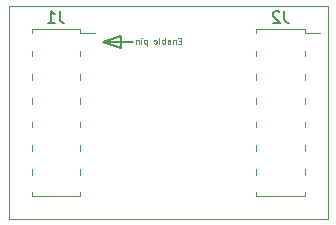
<source format=gbr>
G04 #@! TF.GenerationSoftware,KiCad,Pcbnew,8.0.3*
G04 #@! TF.CreationDate,2024-08-02T23:53:27+02:00*
G04 #@! TF.ProjectId,powermod,706f7765-726d-46f6-942e-6b696361645f,rev?*
G04 #@! TF.SameCoordinates,PXf42400PY2719c40*
G04 #@! TF.FileFunction,Legend,Bot*
G04 #@! TF.FilePolarity,Positive*
%FSLAX46Y46*%
G04 Gerber Fmt 4.6, Leading zero omitted, Abs format (unit mm)*
G04 Created by KiCad (PCBNEW 8.0.3) date 2024-08-02 23:53:27*
%MOMM*%
%LPD*%
G01*
G04 APERTURE LIST*
%ADD10C,0.125000*%
%ADD11C,0.150000*%
%ADD12C,0.120000*%
G04 #@! TA.AperFunction,Profile*
%ADD13C,0.120000*%
G04 #@! TD*
G04 APERTURE END LIST*
D10*
X14574599Y-898962D02*
X14407932Y-898962D01*
X14336504Y-1160867D02*
X14574599Y-1160867D01*
X14574599Y-1160867D02*
X14574599Y-660867D01*
X14574599Y-660867D02*
X14336504Y-660867D01*
X14122218Y-827534D02*
X14122218Y-1160867D01*
X14122218Y-875153D02*
X14098408Y-851343D01*
X14098408Y-851343D02*
X14050789Y-827534D01*
X14050789Y-827534D02*
X13979361Y-827534D01*
X13979361Y-827534D02*
X13931742Y-851343D01*
X13931742Y-851343D02*
X13907932Y-898962D01*
X13907932Y-898962D02*
X13907932Y-1160867D01*
X13455551Y-1160867D02*
X13455551Y-898962D01*
X13455551Y-898962D02*
X13479361Y-851343D01*
X13479361Y-851343D02*
X13526980Y-827534D01*
X13526980Y-827534D02*
X13622218Y-827534D01*
X13622218Y-827534D02*
X13669837Y-851343D01*
X13455551Y-1137058D02*
X13503170Y-1160867D01*
X13503170Y-1160867D02*
X13622218Y-1160867D01*
X13622218Y-1160867D02*
X13669837Y-1137058D01*
X13669837Y-1137058D02*
X13693646Y-1089438D01*
X13693646Y-1089438D02*
X13693646Y-1041819D01*
X13693646Y-1041819D02*
X13669837Y-994200D01*
X13669837Y-994200D02*
X13622218Y-970391D01*
X13622218Y-970391D02*
X13503170Y-970391D01*
X13503170Y-970391D02*
X13455551Y-946581D01*
X13217456Y-1160867D02*
X13217456Y-660867D01*
X13217456Y-851343D02*
X13169837Y-827534D01*
X13169837Y-827534D02*
X13074599Y-827534D01*
X13074599Y-827534D02*
X13026980Y-851343D01*
X13026980Y-851343D02*
X13003170Y-875153D01*
X13003170Y-875153D02*
X12979361Y-922772D01*
X12979361Y-922772D02*
X12979361Y-1065629D01*
X12979361Y-1065629D02*
X13003170Y-1113248D01*
X13003170Y-1113248D02*
X13026980Y-1137058D01*
X13026980Y-1137058D02*
X13074599Y-1160867D01*
X13074599Y-1160867D02*
X13169837Y-1160867D01*
X13169837Y-1160867D02*
X13217456Y-1137058D01*
X12693646Y-1160867D02*
X12741265Y-1137058D01*
X12741265Y-1137058D02*
X12765075Y-1089438D01*
X12765075Y-1089438D02*
X12765075Y-660867D01*
X12312694Y-1137058D02*
X12360313Y-1160867D01*
X12360313Y-1160867D02*
X12455551Y-1160867D01*
X12455551Y-1160867D02*
X12503170Y-1137058D01*
X12503170Y-1137058D02*
X12526979Y-1089438D01*
X12526979Y-1089438D02*
X12526979Y-898962D01*
X12526979Y-898962D02*
X12503170Y-851343D01*
X12503170Y-851343D02*
X12455551Y-827534D01*
X12455551Y-827534D02*
X12360313Y-827534D01*
X12360313Y-827534D02*
X12312694Y-851343D01*
X12312694Y-851343D02*
X12288884Y-898962D01*
X12288884Y-898962D02*
X12288884Y-946581D01*
X12288884Y-946581D02*
X12526979Y-994200D01*
X11693647Y-827534D02*
X11693647Y-1327534D01*
X11693647Y-851343D02*
X11646028Y-827534D01*
X11646028Y-827534D02*
X11550790Y-827534D01*
X11550790Y-827534D02*
X11503171Y-851343D01*
X11503171Y-851343D02*
X11479361Y-875153D01*
X11479361Y-875153D02*
X11455552Y-922772D01*
X11455552Y-922772D02*
X11455552Y-1065629D01*
X11455552Y-1065629D02*
X11479361Y-1113248D01*
X11479361Y-1113248D02*
X11503171Y-1137058D01*
X11503171Y-1137058D02*
X11550790Y-1160867D01*
X11550790Y-1160867D02*
X11646028Y-1160867D01*
X11646028Y-1160867D02*
X11693647Y-1137058D01*
X11241266Y-1160867D02*
X11241266Y-827534D01*
X11241266Y-660867D02*
X11265075Y-684677D01*
X11265075Y-684677D02*
X11241266Y-708486D01*
X11241266Y-708486D02*
X11217456Y-684677D01*
X11217456Y-684677D02*
X11241266Y-660867D01*
X11241266Y-660867D02*
X11241266Y-708486D01*
X11003171Y-827534D02*
X11003171Y-1160867D01*
X11003171Y-875153D02*
X10979361Y-851343D01*
X10979361Y-851343D02*
X10931742Y-827534D01*
X10931742Y-827534D02*
X10860314Y-827534D01*
X10860314Y-827534D02*
X10812695Y-851343D01*
X10812695Y-851343D02*
X10788885Y-898962D01*
X10788885Y-898962D02*
X10788885Y-1160867D01*
D11*
X9500000Y-1000000D02*
X10500000Y-1000000D01*
X9500000Y-1500000D02*
X8000000Y-1000000D01*
X9500000Y-1000000D02*
X9500000Y-1500000D01*
X9500000Y-500000D02*
X8000000Y-1000000D01*
X9500000Y-1000000D02*
X9500000Y-500000D01*
X8000000Y-1000000D02*
X9500000Y-1000000D01*
X23333333Y1605181D02*
X23333333Y890896D01*
X23333333Y890896D02*
X23380952Y748039D01*
X23380952Y748039D02*
X23476190Y652800D01*
X23476190Y652800D02*
X23619047Y605181D01*
X23619047Y605181D02*
X23714285Y605181D01*
X22904761Y1509943D02*
X22857142Y1557562D01*
X22857142Y1557562D02*
X22761904Y1605181D01*
X22761904Y1605181D02*
X22523809Y1605181D01*
X22523809Y1605181D02*
X22428571Y1557562D01*
X22428571Y1557562D02*
X22380952Y1509943D01*
X22380952Y1509943D02*
X22333333Y1414705D01*
X22333333Y1414705D02*
X22333333Y1319467D01*
X22333333Y1319467D02*
X22380952Y1176610D01*
X22380952Y1176610D02*
X22952380Y605181D01*
X22952380Y605181D02*
X22333333Y605181D01*
X4333333Y1605181D02*
X4333333Y890896D01*
X4333333Y890896D02*
X4380952Y748039D01*
X4380952Y748039D02*
X4476190Y652800D01*
X4476190Y652800D02*
X4619047Y605181D01*
X4619047Y605181D02*
X4714285Y605181D01*
X3333333Y605181D02*
X3904761Y605181D01*
X3619047Y605181D02*
X3619047Y1605181D01*
X3619047Y1605181D02*
X3714285Y1462324D01*
X3714285Y1462324D02*
X3809523Y1367086D01*
X3809523Y1367086D02*
X3904761Y1319467D01*
D12*
X20940000Y60000D02*
X20940000Y-240000D01*
X20940000Y-1760000D02*
X20940000Y-2240000D01*
X20940000Y-3760000D02*
X20940000Y-4240000D01*
X20940000Y-5760000D02*
X20940000Y-6240000D01*
X20940000Y-7760000D02*
X20940000Y-8240000D01*
X20940000Y-9760000D02*
X20940000Y-10240000D01*
X20940000Y-11760000D02*
X20940000Y-12240000D01*
X20940000Y-13760000D02*
X20940000Y-14060000D01*
X25060000Y60000D02*
X20940000Y60000D01*
X25060000Y60000D02*
X25060000Y-240000D01*
X25060000Y-1760000D02*
X25060000Y-2240000D01*
X25060000Y-3760000D02*
X25060000Y-4240000D01*
X25060000Y-5760000D02*
X25060000Y-6240000D01*
X25060000Y-7760000D02*
X25060000Y-8240000D01*
X25060000Y-9760000D02*
X25060000Y-10240000D01*
X25060000Y-11760000D02*
X25060000Y-12240000D01*
X25060000Y-13760000D02*
X25060000Y-14060000D01*
X25060000Y-14060000D02*
X20940000Y-14060000D01*
X26315000Y-240000D02*
X25060000Y-240000D01*
X1940000Y60000D02*
X1940000Y-240000D01*
X1940000Y-1760000D02*
X1940000Y-2240000D01*
X1940000Y-3760000D02*
X1940000Y-4240000D01*
X1940000Y-5760000D02*
X1940000Y-6240000D01*
X1940000Y-7760000D02*
X1940000Y-8240000D01*
X1940000Y-9760000D02*
X1940000Y-10240000D01*
X1940000Y-11760000D02*
X1940000Y-12240000D01*
X1940000Y-13760000D02*
X1940000Y-14060000D01*
X6060000Y60000D02*
X1940000Y60000D01*
X6060000Y60000D02*
X6060000Y-240000D01*
X6060000Y-1760000D02*
X6060000Y-2240000D01*
X6060000Y-3760000D02*
X6060000Y-4240000D01*
X6060000Y-5760000D02*
X6060000Y-6240000D01*
X6060000Y-7760000D02*
X6060000Y-8240000D01*
X6060000Y-9760000D02*
X6060000Y-10240000D01*
X6060000Y-11760000D02*
X6060000Y-12240000D01*
X6060000Y-13760000D02*
X6060000Y-14060000D01*
X6060000Y-14060000D02*
X1940000Y-14060000D01*
X7315000Y-240000D02*
X6060000Y-240000D01*
D13*
X0Y-16000000D02*
X27000000Y-16000000D01*
X27000000Y2000000D02*
X0Y2000000D01*
X27000000Y-16000000D02*
X27000000Y2000000D01*
X0Y2000000D02*
X0Y-16000000D01*
M02*

</source>
